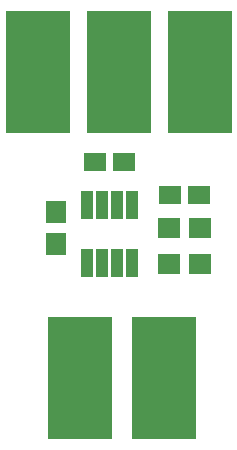
<source format=gts>
G04 #@! TF.FileFunction,Soldermask,Top*
%FSLAX46Y46*%
G04 Gerber Fmt 4.6, Leading zero omitted, Abs format (unit mm)*
G04 Created by KiCad (PCBNEW 4.0.7) date 06/03/18 15:12:42*
%MOMM*%
%LPD*%
G01*
G04 APERTURE LIST*
%ADD10C,0.100000*%
%ADD11R,1.900000X1.650000*%
%ADD12R,1.900000X1.700000*%
%ADD13R,1.700000X1.900000*%
%ADD14R,1.000000X2.400000*%
%ADD15R,5.400000X10.400000*%
G04 APERTURE END LIST*
D10*
D11*
X147340000Y-99314000D03*
X149840000Y-99314000D03*
X153690000Y-102108000D03*
X156190000Y-102108000D03*
D12*
X153590000Y-107950000D03*
X156290000Y-107950000D03*
X153590000Y-104902000D03*
X156290000Y-104902000D03*
D13*
X144018000Y-106252000D03*
X144018000Y-103552000D03*
D14*
X146685000Y-107860000D03*
X147955000Y-107860000D03*
X150495000Y-107860000D03*
X150495000Y-102960000D03*
X149225000Y-102960000D03*
X147955000Y-102960000D03*
X146685000Y-102960000D03*
X149225000Y-107860000D03*
D15*
X153162000Y-117602000D03*
X146050000Y-117602000D03*
X142494000Y-91694000D03*
X149352000Y-91694000D03*
X156210000Y-91694000D03*
M02*

</source>
